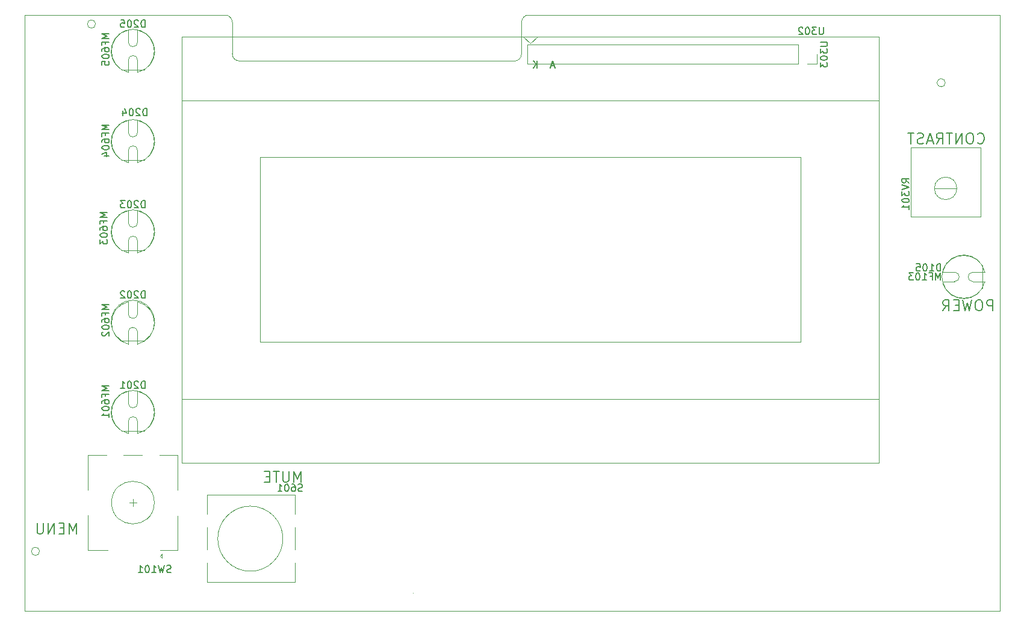
<source format=gbr>
%TF.GenerationSoftware,KiCad,Pcbnew,7.0.5*%
%TF.CreationDate,2025-09-19T13:44:07-04:00*%
%TF.ProjectId,PWA_REV2,5057415f-5245-4563-922e-6b696361645f,2.0*%
%TF.SameCoordinates,Original*%
%TF.FileFunction,Legend,Bot*%
%TF.FilePolarity,Positive*%
%FSLAX46Y46*%
G04 Gerber Fmt 4.6, Leading zero omitted, Abs format (unit mm)*
G04 Created by KiCad (PCBNEW 7.0.5) date 2025-09-19 13:44:07*
%MOMM*%
%LPD*%
G01*
G04 APERTURE LIST*
%ADD10C,0.120000*%
%ADD11C,0.200000*%
%ADD12C,0.150000*%
%ADD13C,0.100000*%
%TA.AperFunction,Profile*%
%ADD14C,0.050000*%
%TD*%
%TA.AperFunction,Profile*%
%ADD15C,0.120000*%
%TD*%
G04 APERTURE END LIST*
D10*
X110490000Y-99060000D02*
X110490000Y-99060000D01*
D11*
X94761279Y-83499028D02*
X94761279Y-81999028D01*
X94761279Y-81999028D02*
X94261279Y-83070457D01*
X94261279Y-83070457D02*
X93761279Y-81999028D01*
X93761279Y-81999028D02*
X93761279Y-83499028D01*
X93046993Y-81999028D02*
X93046993Y-83213314D01*
X93046993Y-83213314D02*
X92975564Y-83356171D01*
X92975564Y-83356171D02*
X92904136Y-83427600D01*
X92904136Y-83427600D02*
X92761278Y-83499028D01*
X92761278Y-83499028D02*
X92475564Y-83499028D01*
X92475564Y-83499028D02*
X92332707Y-83427600D01*
X92332707Y-83427600D02*
X92261278Y-83356171D01*
X92261278Y-83356171D02*
X92189850Y-83213314D01*
X92189850Y-83213314D02*
X92189850Y-81999028D01*
X91689849Y-81999028D02*
X90832707Y-81999028D01*
X91261278Y-83499028D02*
X91261278Y-81999028D01*
X90332707Y-82713314D02*
X89832707Y-82713314D01*
X89618421Y-83499028D02*
X90332707Y-83499028D01*
X90332707Y-83499028D02*
X90332707Y-81999028D01*
X90332707Y-81999028D02*
X89618421Y-81999028D01*
X192043279Y-59369028D02*
X192043279Y-57869028D01*
X192043279Y-57869028D02*
X191471850Y-57869028D01*
X191471850Y-57869028D02*
X191328993Y-57940457D01*
X191328993Y-57940457D02*
X191257564Y-58011885D01*
X191257564Y-58011885D02*
X191186136Y-58154742D01*
X191186136Y-58154742D02*
X191186136Y-58369028D01*
X191186136Y-58369028D02*
X191257564Y-58511885D01*
X191257564Y-58511885D02*
X191328993Y-58583314D01*
X191328993Y-58583314D02*
X191471850Y-58654742D01*
X191471850Y-58654742D02*
X192043279Y-58654742D01*
X190257564Y-57869028D02*
X189971850Y-57869028D01*
X189971850Y-57869028D02*
X189828993Y-57940457D01*
X189828993Y-57940457D02*
X189686136Y-58083314D01*
X189686136Y-58083314D02*
X189614707Y-58369028D01*
X189614707Y-58369028D02*
X189614707Y-58869028D01*
X189614707Y-58869028D02*
X189686136Y-59154742D01*
X189686136Y-59154742D02*
X189828993Y-59297600D01*
X189828993Y-59297600D02*
X189971850Y-59369028D01*
X189971850Y-59369028D02*
X190257564Y-59369028D01*
X190257564Y-59369028D02*
X190400422Y-59297600D01*
X190400422Y-59297600D02*
X190543279Y-59154742D01*
X190543279Y-59154742D02*
X190614707Y-58869028D01*
X190614707Y-58869028D02*
X190614707Y-58369028D01*
X190614707Y-58369028D02*
X190543279Y-58083314D01*
X190543279Y-58083314D02*
X190400422Y-57940457D01*
X190400422Y-57940457D02*
X190257564Y-57869028D01*
X189114707Y-57869028D02*
X188757564Y-59369028D01*
X188757564Y-59369028D02*
X188471850Y-58297600D01*
X188471850Y-58297600D02*
X188186135Y-59369028D01*
X188186135Y-59369028D02*
X187828993Y-57869028D01*
X187257564Y-58583314D02*
X186757564Y-58583314D01*
X186543278Y-59369028D02*
X187257564Y-59369028D01*
X187257564Y-59369028D02*
X187257564Y-57869028D01*
X187257564Y-57869028D02*
X186543278Y-57869028D01*
X185043278Y-59369028D02*
X185543278Y-58654742D01*
X185900421Y-59369028D02*
X185900421Y-57869028D01*
X185900421Y-57869028D02*
X185328992Y-57869028D01*
X185328992Y-57869028D02*
X185186135Y-57940457D01*
X185186135Y-57940457D02*
X185114706Y-58011885D01*
X185114706Y-58011885D02*
X185043278Y-58154742D01*
X185043278Y-58154742D02*
X185043278Y-58369028D01*
X185043278Y-58369028D02*
X185114706Y-58511885D01*
X185114706Y-58511885D02*
X185186135Y-58583314D01*
X185186135Y-58583314D02*
X185328992Y-58654742D01*
X185328992Y-58654742D02*
X185900421Y-58654742D01*
X189916136Y-35731171D02*
X189987564Y-35802600D01*
X189987564Y-35802600D02*
X190201850Y-35874028D01*
X190201850Y-35874028D02*
X190344707Y-35874028D01*
X190344707Y-35874028D02*
X190558993Y-35802600D01*
X190558993Y-35802600D02*
X190701850Y-35659742D01*
X190701850Y-35659742D02*
X190773279Y-35516885D01*
X190773279Y-35516885D02*
X190844707Y-35231171D01*
X190844707Y-35231171D02*
X190844707Y-35016885D01*
X190844707Y-35016885D02*
X190773279Y-34731171D01*
X190773279Y-34731171D02*
X190701850Y-34588314D01*
X190701850Y-34588314D02*
X190558993Y-34445457D01*
X190558993Y-34445457D02*
X190344707Y-34374028D01*
X190344707Y-34374028D02*
X190201850Y-34374028D01*
X190201850Y-34374028D02*
X189987564Y-34445457D01*
X189987564Y-34445457D02*
X189916136Y-34516885D01*
X188987564Y-34374028D02*
X188701850Y-34374028D01*
X188701850Y-34374028D02*
X188558993Y-34445457D01*
X188558993Y-34445457D02*
X188416136Y-34588314D01*
X188416136Y-34588314D02*
X188344707Y-34874028D01*
X188344707Y-34874028D02*
X188344707Y-35374028D01*
X188344707Y-35374028D02*
X188416136Y-35659742D01*
X188416136Y-35659742D02*
X188558993Y-35802600D01*
X188558993Y-35802600D02*
X188701850Y-35874028D01*
X188701850Y-35874028D02*
X188987564Y-35874028D01*
X188987564Y-35874028D02*
X189130422Y-35802600D01*
X189130422Y-35802600D02*
X189273279Y-35659742D01*
X189273279Y-35659742D02*
X189344707Y-35374028D01*
X189344707Y-35374028D02*
X189344707Y-34874028D01*
X189344707Y-34874028D02*
X189273279Y-34588314D01*
X189273279Y-34588314D02*
X189130422Y-34445457D01*
X189130422Y-34445457D02*
X188987564Y-34374028D01*
X187701850Y-35874028D02*
X187701850Y-34374028D01*
X187701850Y-34374028D02*
X186844707Y-35874028D01*
X186844707Y-35874028D02*
X186844707Y-34374028D01*
X186344706Y-34374028D02*
X185487564Y-34374028D01*
X185916135Y-35874028D02*
X185916135Y-34374028D01*
X184130421Y-35874028D02*
X184630421Y-35159742D01*
X184987564Y-35874028D02*
X184987564Y-34374028D01*
X184987564Y-34374028D02*
X184416135Y-34374028D01*
X184416135Y-34374028D02*
X184273278Y-34445457D01*
X184273278Y-34445457D02*
X184201849Y-34516885D01*
X184201849Y-34516885D02*
X184130421Y-34659742D01*
X184130421Y-34659742D02*
X184130421Y-34874028D01*
X184130421Y-34874028D02*
X184201849Y-35016885D01*
X184201849Y-35016885D02*
X184273278Y-35088314D01*
X184273278Y-35088314D02*
X184416135Y-35159742D01*
X184416135Y-35159742D02*
X184987564Y-35159742D01*
X183558992Y-35445457D02*
X182844707Y-35445457D01*
X183701849Y-35874028D02*
X183201849Y-34374028D01*
X183201849Y-34374028D02*
X182701849Y-35874028D01*
X182273278Y-35802600D02*
X182058993Y-35874028D01*
X182058993Y-35874028D02*
X181701850Y-35874028D01*
X181701850Y-35874028D02*
X181558993Y-35802600D01*
X181558993Y-35802600D02*
X181487564Y-35731171D01*
X181487564Y-35731171D02*
X181416135Y-35588314D01*
X181416135Y-35588314D02*
X181416135Y-35445457D01*
X181416135Y-35445457D02*
X181487564Y-35302600D01*
X181487564Y-35302600D02*
X181558993Y-35231171D01*
X181558993Y-35231171D02*
X181701850Y-35159742D01*
X181701850Y-35159742D02*
X181987564Y-35088314D01*
X181987564Y-35088314D02*
X182130421Y-35016885D01*
X182130421Y-35016885D02*
X182201850Y-34945457D01*
X182201850Y-34945457D02*
X182273278Y-34802600D01*
X182273278Y-34802600D02*
X182273278Y-34659742D01*
X182273278Y-34659742D02*
X182201850Y-34516885D01*
X182201850Y-34516885D02*
X182130421Y-34445457D01*
X182130421Y-34445457D02*
X181987564Y-34374028D01*
X181987564Y-34374028D02*
X181630421Y-34374028D01*
X181630421Y-34374028D02*
X181416135Y-34445457D01*
X180987564Y-34374028D02*
X180130422Y-34374028D01*
X180558993Y-35874028D02*
X180558993Y-34374028D01*
X63138279Y-90738028D02*
X63138279Y-89238028D01*
X63138279Y-89238028D02*
X62638279Y-90309457D01*
X62638279Y-90309457D02*
X62138279Y-89238028D01*
X62138279Y-89238028D02*
X62138279Y-90738028D01*
X61423993Y-89952314D02*
X60923993Y-89952314D01*
X60709707Y-90738028D02*
X61423993Y-90738028D01*
X61423993Y-90738028D02*
X61423993Y-89238028D01*
X61423993Y-89238028D02*
X60709707Y-89238028D01*
X60066850Y-90738028D02*
X60066850Y-89238028D01*
X60066850Y-89238028D02*
X59209707Y-90738028D01*
X59209707Y-90738028D02*
X59209707Y-89238028D01*
X58495421Y-89238028D02*
X58495421Y-90452314D01*
X58495421Y-90452314D02*
X58423992Y-90595171D01*
X58423992Y-90595171D02*
X58352564Y-90666600D01*
X58352564Y-90666600D02*
X58209706Y-90738028D01*
X58209706Y-90738028D02*
X57923992Y-90738028D01*
X57923992Y-90738028D02*
X57781135Y-90666600D01*
X57781135Y-90666600D02*
X57709706Y-90595171D01*
X57709706Y-90595171D02*
X57638278Y-90452314D01*
X57638278Y-90452314D02*
X57638278Y-89238028D01*
D12*
%TO.C,D202*%
X72810475Y-57604819D02*
X72810475Y-56604819D01*
X72810475Y-56604819D02*
X72572380Y-56604819D01*
X72572380Y-56604819D02*
X72429523Y-56652438D01*
X72429523Y-56652438D02*
X72334285Y-56747676D01*
X72334285Y-56747676D02*
X72286666Y-56842914D01*
X72286666Y-56842914D02*
X72239047Y-57033390D01*
X72239047Y-57033390D02*
X72239047Y-57176247D01*
X72239047Y-57176247D02*
X72286666Y-57366723D01*
X72286666Y-57366723D02*
X72334285Y-57461961D01*
X72334285Y-57461961D02*
X72429523Y-57557200D01*
X72429523Y-57557200D02*
X72572380Y-57604819D01*
X72572380Y-57604819D02*
X72810475Y-57604819D01*
X71858094Y-56700057D02*
X71810475Y-56652438D01*
X71810475Y-56652438D02*
X71715237Y-56604819D01*
X71715237Y-56604819D02*
X71477142Y-56604819D01*
X71477142Y-56604819D02*
X71381904Y-56652438D01*
X71381904Y-56652438D02*
X71334285Y-56700057D01*
X71334285Y-56700057D02*
X71286666Y-56795295D01*
X71286666Y-56795295D02*
X71286666Y-56890533D01*
X71286666Y-56890533D02*
X71334285Y-57033390D01*
X71334285Y-57033390D02*
X71905713Y-57604819D01*
X71905713Y-57604819D02*
X71286666Y-57604819D01*
X70667618Y-56604819D02*
X70572380Y-56604819D01*
X70572380Y-56604819D02*
X70477142Y-56652438D01*
X70477142Y-56652438D02*
X70429523Y-56700057D01*
X70429523Y-56700057D02*
X70381904Y-56795295D01*
X70381904Y-56795295D02*
X70334285Y-56985771D01*
X70334285Y-56985771D02*
X70334285Y-57223866D01*
X70334285Y-57223866D02*
X70381904Y-57414342D01*
X70381904Y-57414342D02*
X70429523Y-57509580D01*
X70429523Y-57509580D02*
X70477142Y-57557200D01*
X70477142Y-57557200D02*
X70572380Y-57604819D01*
X70572380Y-57604819D02*
X70667618Y-57604819D01*
X70667618Y-57604819D02*
X70762856Y-57557200D01*
X70762856Y-57557200D02*
X70810475Y-57509580D01*
X70810475Y-57509580D02*
X70858094Y-57414342D01*
X70858094Y-57414342D02*
X70905713Y-57223866D01*
X70905713Y-57223866D02*
X70905713Y-56985771D01*
X70905713Y-56985771D02*
X70858094Y-56795295D01*
X70858094Y-56795295D02*
X70810475Y-56700057D01*
X70810475Y-56700057D02*
X70762856Y-56652438D01*
X70762856Y-56652438D02*
X70667618Y-56604819D01*
X69953332Y-56700057D02*
X69905713Y-56652438D01*
X69905713Y-56652438D02*
X69810475Y-56604819D01*
X69810475Y-56604819D02*
X69572380Y-56604819D01*
X69572380Y-56604819D02*
X69477142Y-56652438D01*
X69477142Y-56652438D02*
X69429523Y-56700057D01*
X69429523Y-56700057D02*
X69381904Y-56795295D01*
X69381904Y-56795295D02*
X69381904Y-56890533D01*
X69381904Y-56890533D02*
X69429523Y-57033390D01*
X69429523Y-57033390D02*
X70000951Y-57604819D01*
X70000951Y-57604819D02*
X69381904Y-57604819D01*
%TO.C,D203*%
X72810475Y-44904819D02*
X72810475Y-43904819D01*
X72810475Y-43904819D02*
X72572380Y-43904819D01*
X72572380Y-43904819D02*
X72429523Y-43952438D01*
X72429523Y-43952438D02*
X72334285Y-44047676D01*
X72334285Y-44047676D02*
X72286666Y-44142914D01*
X72286666Y-44142914D02*
X72239047Y-44333390D01*
X72239047Y-44333390D02*
X72239047Y-44476247D01*
X72239047Y-44476247D02*
X72286666Y-44666723D01*
X72286666Y-44666723D02*
X72334285Y-44761961D01*
X72334285Y-44761961D02*
X72429523Y-44857200D01*
X72429523Y-44857200D02*
X72572380Y-44904819D01*
X72572380Y-44904819D02*
X72810475Y-44904819D01*
X71858094Y-44000057D02*
X71810475Y-43952438D01*
X71810475Y-43952438D02*
X71715237Y-43904819D01*
X71715237Y-43904819D02*
X71477142Y-43904819D01*
X71477142Y-43904819D02*
X71381904Y-43952438D01*
X71381904Y-43952438D02*
X71334285Y-44000057D01*
X71334285Y-44000057D02*
X71286666Y-44095295D01*
X71286666Y-44095295D02*
X71286666Y-44190533D01*
X71286666Y-44190533D02*
X71334285Y-44333390D01*
X71334285Y-44333390D02*
X71905713Y-44904819D01*
X71905713Y-44904819D02*
X71286666Y-44904819D01*
X70667618Y-43904819D02*
X70572380Y-43904819D01*
X70572380Y-43904819D02*
X70477142Y-43952438D01*
X70477142Y-43952438D02*
X70429523Y-44000057D01*
X70429523Y-44000057D02*
X70381904Y-44095295D01*
X70381904Y-44095295D02*
X70334285Y-44285771D01*
X70334285Y-44285771D02*
X70334285Y-44523866D01*
X70334285Y-44523866D02*
X70381904Y-44714342D01*
X70381904Y-44714342D02*
X70429523Y-44809580D01*
X70429523Y-44809580D02*
X70477142Y-44857200D01*
X70477142Y-44857200D02*
X70572380Y-44904819D01*
X70572380Y-44904819D02*
X70667618Y-44904819D01*
X70667618Y-44904819D02*
X70762856Y-44857200D01*
X70762856Y-44857200D02*
X70810475Y-44809580D01*
X70810475Y-44809580D02*
X70858094Y-44714342D01*
X70858094Y-44714342D02*
X70905713Y-44523866D01*
X70905713Y-44523866D02*
X70905713Y-44285771D01*
X70905713Y-44285771D02*
X70858094Y-44095295D01*
X70858094Y-44095295D02*
X70810475Y-44000057D01*
X70810475Y-44000057D02*
X70762856Y-43952438D01*
X70762856Y-43952438D02*
X70667618Y-43904819D01*
X70000951Y-43904819D02*
X69381904Y-43904819D01*
X69381904Y-43904819D02*
X69715237Y-44285771D01*
X69715237Y-44285771D02*
X69572380Y-44285771D01*
X69572380Y-44285771D02*
X69477142Y-44333390D01*
X69477142Y-44333390D02*
X69429523Y-44381009D01*
X69429523Y-44381009D02*
X69381904Y-44476247D01*
X69381904Y-44476247D02*
X69381904Y-44714342D01*
X69381904Y-44714342D02*
X69429523Y-44809580D01*
X69429523Y-44809580D02*
X69477142Y-44857200D01*
X69477142Y-44857200D02*
X69572380Y-44904819D01*
X69572380Y-44904819D02*
X69858094Y-44904819D01*
X69858094Y-44904819D02*
X69953332Y-44857200D01*
X69953332Y-44857200D02*
X70000951Y-44809580D01*
%TO.C,D201*%
X72810475Y-70304819D02*
X72810475Y-69304819D01*
X72810475Y-69304819D02*
X72572380Y-69304819D01*
X72572380Y-69304819D02*
X72429523Y-69352438D01*
X72429523Y-69352438D02*
X72334285Y-69447676D01*
X72334285Y-69447676D02*
X72286666Y-69542914D01*
X72286666Y-69542914D02*
X72239047Y-69733390D01*
X72239047Y-69733390D02*
X72239047Y-69876247D01*
X72239047Y-69876247D02*
X72286666Y-70066723D01*
X72286666Y-70066723D02*
X72334285Y-70161961D01*
X72334285Y-70161961D02*
X72429523Y-70257200D01*
X72429523Y-70257200D02*
X72572380Y-70304819D01*
X72572380Y-70304819D02*
X72810475Y-70304819D01*
X71858094Y-69400057D02*
X71810475Y-69352438D01*
X71810475Y-69352438D02*
X71715237Y-69304819D01*
X71715237Y-69304819D02*
X71477142Y-69304819D01*
X71477142Y-69304819D02*
X71381904Y-69352438D01*
X71381904Y-69352438D02*
X71334285Y-69400057D01*
X71334285Y-69400057D02*
X71286666Y-69495295D01*
X71286666Y-69495295D02*
X71286666Y-69590533D01*
X71286666Y-69590533D02*
X71334285Y-69733390D01*
X71334285Y-69733390D02*
X71905713Y-70304819D01*
X71905713Y-70304819D02*
X71286666Y-70304819D01*
X70667618Y-69304819D02*
X70572380Y-69304819D01*
X70572380Y-69304819D02*
X70477142Y-69352438D01*
X70477142Y-69352438D02*
X70429523Y-69400057D01*
X70429523Y-69400057D02*
X70381904Y-69495295D01*
X70381904Y-69495295D02*
X70334285Y-69685771D01*
X70334285Y-69685771D02*
X70334285Y-69923866D01*
X70334285Y-69923866D02*
X70381904Y-70114342D01*
X70381904Y-70114342D02*
X70429523Y-70209580D01*
X70429523Y-70209580D02*
X70477142Y-70257200D01*
X70477142Y-70257200D02*
X70572380Y-70304819D01*
X70572380Y-70304819D02*
X70667618Y-70304819D01*
X70667618Y-70304819D02*
X70762856Y-70257200D01*
X70762856Y-70257200D02*
X70810475Y-70209580D01*
X70810475Y-70209580D02*
X70858094Y-70114342D01*
X70858094Y-70114342D02*
X70905713Y-69923866D01*
X70905713Y-69923866D02*
X70905713Y-69685771D01*
X70905713Y-69685771D02*
X70858094Y-69495295D01*
X70858094Y-69495295D02*
X70810475Y-69400057D01*
X70810475Y-69400057D02*
X70762856Y-69352438D01*
X70762856Y-69352438D02*
X70667618Y-69304819D01*
X69381904Y-70304819D02*
X69953332Y-70304819D01*
X69667618Y-70304819D02*
X69667618Y-69304819D01*
X69667618Y-69304819D02*
X69762856Y-69447676D01*
X69762856Y-69447676D02*
X69858094Y-69542914D01*
X69858094Y-69542914D02*
X69953332Y-69590533D01*
%TO.C,D204*%
X73064475Y-31950819D02*
X73064475Y-30950819D01*
X73064475Y-30950819D02*
X72826380Y-30950819D01*
X72826380Y-30950819D02*
X72683523Y-30998438D01*
X72683523Y-30998438D02*
X72588285Y-31093676D01*
X72588285Y-31093676D02*
X72540666Y-31188914D01*
X72540666Y-31188914D02*
X72493047Y-31379390D01*
X72493047Y-31379390D02*
X72493047Y-31522247D01*
X72493047Y-31522247D02*
X72540666Y-31712723D01*
X72540666Y-31712723D02*
X72588285Y-31807961D01*
X72588285Y-31807961D02*
X72683523Y-31903200D01*
X72683523Y-31903200D02*
X72826380Y-31950819D01*
X72826380Y-31950819D02*
X73064475Y-31950819D01*
X72112094Y-31046057D02*
X72064475Y-30998438D01*
X72064475Y-30998438D02*
X71969237Y-30950819D01*
X71969237Y-30950819D02*
X71731142Y-30950819D01*
X71731142Y-30950819D02*
X71635904Y-30998438D01*
X71635904Y-30998438D02*
X71588285Y-31046057D01*
X71588285Y-31046057D02*
X71540666Y-31141295D01*
X71540666Y-31141295D02*
X71540666Y-31236533D01*
X71540666Y-31236533D02*
X71588285Y-31379390D01*
X71588285Y-31379390D02*
X72159713Y-31950819D01*
X72159713Y-31950819D02*
X71540666Y-31950819D01*
X70921618Y-30950819D02*
X70826380Y-30950819D01*
X70826380Y-30950819D02*
X70731142Y-30998438D01*
X70731142Y-30998438D02*
X70683523Y-31046057D01*
X70683523Y-31046057D02*
X70635904Y-31141295D01*
X70635904Y-31141295D02*
X70588285Y-31331771D01*
X70588285Y-31331771D02*
X70588285Y-31569866D01*
X70588285Y-31569866D02*
X70635904Y-31760342D01*
X70635904Y-31760342D02*
X70683523Y-31855580D01*
X70683523Y-31855580D02*
X70731142Y-31903200D01*
X70731142Y-31903200D02*
X70826380Y-31950819D01*
X70826380Y-31950819D02*
X70921618Y-31950819D01*
X70921618Y-31950819D02*
X71016856Y-31903200D01*
X71016856Y-31903200D02*
X71064475Y-31855580D01*
X71064475Y-31855580D02*
X71112094Y-31760342D01*
X71112094Y-31760342D02*
X71159713Y-31569866D01*
X71159713Y-31569866D02*
X71159713Y-31331771D01*
X71159713Y-31331771D02*
X71112094Y-31141295D01*
X71112094Y-31141295D02*
X71064475Y-31046057D01*
X71064475Y-31046057D02*
X71016856Y-30998438D01*
X71016856Y-30998438D02*
X70921618Y-30950819D01*
X69731142Y-31284152D02*
X69731142Y-31950819D01*
X69969237Y-30903200D02*
X70207332Y-31617485D01*
X70207332Y-31617485D02*
X69588285Y-31617485D01*
%TO.C,D205*%
X72810475Y-19504819D02*
X72810475Y-18504819D01*
X72810475Y-18504819D02*
X72572380Y-18504819D01*
X72572380Y-18504819D02*
X72429523Y-18552438D01*
X72429523Y-18552438D02*
X72334285Y-18647676D01*
X72334285Y-18647676D02*
X72286666Y-18742914D01*
X72286666Y-18742914D02*
X72239047Y-18933390D01*
X72239047Y-18933390D02*
X72239047Y-19076247D01*
X72239047Y-19076247D02*
X72286666Y-19266723D01*
X72286666Y-19266723D02*
X72334285Y-19361961D01*
X72334285Y-19361961D02*
X72429523Y-19457200D01*
X72429523Y-19457200D02*
X72572380Y-19504819D01*
X72572380Y-19504819D02*
X72810475Y-19504819D01*
X71858094Y-18600057D02*
X71810475Y-18552438D01*
X71810475Y-18552438D02*
X71715237Y-18504819D01*
X71715237Y-18504819D02*
X71477142Y-18504819D01*
X71477142Y-18504819D02*
X71381904Y-18552438D01*
X71381904Y-18552438D02*
X71334285Y-18600057D01*
X71334285Y-18600057D02*
X71286666Y-18695295D01*
X71286666Y-18695295D02*
X71286666Y-18790533D01*
X71286666Y-18790533D02*
X71334285Y-18933390D01*
X71334285Y-18933390D02*
X71905713Y-19504819D01*
X71905713Y-19504819D02*
X71286666Y-19504819D01*
X70667618Y-18504819D02*
X70572380Y-18504819D01*
X70572380Y-18504819D02*
X70477142Y-18552438D01*
X70477142Y-18552438D02*
X70429523Y-18600057D01*
X70429523Y-18600057D02*
X70381904Y-18695295D01*
X70381904Y-18695295D02*
X70334285Y-18885771D01*
X70334285Y-18885771D02*
X70334285Y-19123866D01*
X70334285Y-19123866D02*
X70381904Y-19314342D01*
X70381904Y-19314342D02*
X70429523Y-19409580D01*
X70429523Y-19409580D02*
X70477142Y-19457200D01*
X70477142Y-19457200D02*
X70572380Y-19504819D01*
X70572380Y-19504819D02*
X70667618Y-19504819D01*
X70667618Y-19504819D02*
X70762856Y-19457200D01*
X70762856Y-19457200D02*
X70810475Y-19409580D01*
X70810475Y-19409580D02*
X70858094Y-19314342D01*
X70858094Y-19314342D02*
X70905713Y-19123866D01*
X70905713Y-19123866D02*
X70905713Y-18885771D01*
X70905713Y-18885771D02*
X70858094Y-18695295D01*
X70858094Y-18695295D02*
X70810475Y-18600057D01*
X70810475Y-18600057D02*
X70762856Y-18552438D01*
X70762856Y-18552438D02*
X70667618Y-18504819D01*
X69429523Y-18504819D02*
X69905713Y-18504819D01*
X69905713Y-18504819D02*
X69953332Y-18981009D01*
X69953332Y-18981009D02*
X69905713Y-18933390D01*
X69905713Y-18933390D02*
X69810475Y-18885771D01*
X69810475Y-18885771D02*
X69572380Y-18885771D01*
X69572380Y-18885771D02*
X69477142Y-18933390D01*
X69477142Y-18933390D02*
X69429523Y-18981009D01*
X69429523Y-18981009D02*
X69381904Y-19076247D01*
X69381904Y-19076247D02*
X69381904Y-19314342D01*
X69381904Y-19314342D02*
X69429523Y-19409580D01*
X69429523Y-19409580D02*
X69477142Y-19457200D01*
X69477142Y-19457200D02*
X69572380Y-19504819D01*
X69572380Y-19504819D02*
X69810475Y-19504819D01*
X69810475Y-19504819D02*
X69905713Y-19457200D01*
X69905713Y-19457200D02*
X69953332Y-19409580D01*
%TO.C,D105*%
X184697475Y-53794819D02*
X184697475Y-52794819D01*
X184697475Y-52794819D02*
X184459380Y-52794819D01*
X184459380Y-52794819D02*
X184316523Y-52842438D01*
X184316523Y-52842438D02*
X184221285Y-52937676D01*
X184221285Y-52937676D02*
X184173666Y-53032914D01*
X184173666Y-53032914D02*
X184126047Y-53223390D01*
X184126047Y-53223390D02*
X184126047Y-53366247D01*
X184126047Y-53366247D02*
X184173666Y-53556723D01*
X184173666Y-53556723D02*
X184221285Y-53651961D01*
X184221285Y-53651961D02*
X184316523Y-53747200D01*
X184316523Y-53747200D02*
X184459380Y-53794819D01*
X184459380Y-53794819D02*
X184697475Y-53794819D01*
X183173666Y-53794819D02*
X183745094Y-53794819D01*
X183459380Y-53794819D02*
X183459380Y-52794819D01*
X183459380Y-52794819D02*
X183554618Y-52937676D01*
X183554618Y-52937676D02*
X183649856Y-53032914D01*
X183649856Y-53032914D02*
X183745094Y-53080533D01*
X182554618Y-52794819D02*
X182459380Y-52794819D01*
X182459380Y-52794819D02*
X182364142Y-52842438D01*
X182364142Y-52842438D02*
X182316523Y-52890057D01*
X182316523Y-52890057D02*
X182268904Y-52985295D01*
X182268904Y-52985295D02*
X182221285Y-53175771D01*
X182221285Y-53175771D02*
X182221285Y-53413866D01*
X182221285Y-53413866D02*
X182268904Y-53604342D01*
X182268904Y-53604342D02*
X182316523Y-53699580D01*
X182316523Y-53699580D02*
X182364142Y-53747200D01*
X182364142Y-53747200D02*
X182459380Y-53794819D01*
X182459380Y-53794819D02*
X182554618Y-53794819D01*
X182554618Y-53794819D02*
X182649856Y-53747200D01*
X182649856Y-53747200D02*
X182697475Y-53699580D01*
X182697475Y-53699580D02*
X182745094Y-53604342D01*
X182745094Y-53604342D02*
X182792713Y-53413866D01*
X182792713Y-53413866D02*
X182792713Y-53175771D01*
X182792713Y-53175771D02*
X182745094Y-52985295D01*
X182745094Y-52985295D02*
X182697475Y-52890057D01*
X182697475Y-52890057D02*
X182649856Y-52842438D01*
X182649856Y-52842438D02*
X182554618Y-52794819D01*
X181316523Y-52794819D02*
X181792713Y-52794819D01*
X181792713Y-52794819D02*
X181840332Y-53271009D01*
X181840332Y-53271009D02*
X181792713Y-53223390D01*
X181792713Y-53223390D02*
X181697475Y-53175771D01*
X181697475Y-53175771D02*
X181459380Y-53175771D01*
X181459380Y-53175771D02*
X181364142Y-53223390D01*
X181364142Y-53223390D02*
X181316523Y-53271009D01*
X181316523Y-53271009D02*
X181268904Y-53366247D01*
X181268904Y-53366247D02*
X181268904Y-53604342D01*
X181268904Y-53604342D02*
X181316523Y-53699580D01*
X181316523Y-53699580D02*
X181364142Y-53747200D01*
X181364142Y-53747200D02*
X181459380Y-53794819D01*
X181459380Y-53794819D02*
X181697475Y-53794819D01*
X181697475Y-53794819D02*
X181792713Y-53747200D01*
X181792713Y-53747200D02*
X181840332Y-53699580D01*
%TO.C,MF605*%
X67764819Y-20415524D02*
X66764819Y-20415524D01*
X66764819Y-20415524D02*
X67479104Y-20748857D01*
X67479104Y-20748857D02*
X66764819Y-21082190D01*
X66764819Y-21082190D02*
X67764819Y-21082190D01*
X67241009Y-21891714D02*
X67241009Y-21558381D01*
X67764819Y-21558381D02*
X66764819Y-21558381D01*
X66764819Y-21558381D02*
X66764819Y-22034571D01*
X66764819Y-22844095D02*
X66764819Y-22653619D01*
X66764819Y-22653619D02*
X66812438Y-22558381D01*
X66812438Y-22558381D02*
X66860057Y-22510762D01*
X66860057Y-22510762D02*
X67002914Y-22415524D01*
X67002914Y-22415524D02*
X67193390Y-22367905D01*
X67193390Y-22367905D02*
X67574342Y-22367905D01*
X67574342Y-22367905D02*
X67669580Y-22415524D01*
X67669580Y-22415524D02*
X67717200Y-22463143D01*
X67717200Y-22463143D02*
X67764819Y-22558381D01*
X67764819Y-22558381D02*
X67764819Y-22748857D01*
X67764819Y-22748857D02*
X67717200Y-22844095D01*
X67717200Y-22844095D02*
X67669580Y-22891714D01*
X67669580Y-22891714D02*
X67574342Y-22939333D01*
X67574342Y-22939333D02*
X67336247Y-22939333D01*
X67336247Y-22939333D02*
X67241009Y-22891714D01*
X67241009Y-22891714D02*
X67193390Y-22844095D01*
X67193390Y-22844095D02*
X67145771Y-22748857D01*
X67145771Y-22748857D02*
X67145771Y-22558381D01*
X67145771Y-22558381D02*
X67193390Y-22463143D01*
X67193390Y-22463143D02*
X67241009Y-22415524D01*
X67241009Y-22415524D02*
X67336247Y-22367905D01*
X66764819Y-23558381D02*
X66764819Y-23653619D01*
X66764819Y-23653619D02*
X66812438Y-23748857D01*
X66812438Y-23748857D02*
X66860057Y-23796476D01*
X66860057Y-23796476D02*
X66955295Y-23844095D01*
X66955295Y-23844095D02*
X67145771Y-23891714D01*
X67145771Y-23891714D02*
X67383866Y-23891714D01*
X67383866Y-23891714D02*
X67574342Y-23844095D01*
X67574342Y-23844095D02*
X67669580Y-23796476D01*
X67669580Y-23796476D02*
X67717200Y-23748857D01*
X67717200Y-23748857D02*
X67764819Y-23653619D01*
X67764819Y-23653619D02*
X67764819Y-23558381D01*
X67764819Y-23558381D02*
X67717200Y-23463143D01*
X67717200Y-23463143D02*
X67669580Y-23415524D01*
X67669580Y-23415524D02*
X67574342Y-23367905D01*
X67574342Y-23367905D02*
X67383866Y-23320286D01*
X67383866Y-23320286D02*
X67145771Y-23320286D01*
X67145771Y-23320286D02*
X66955295Y-23367905D01*
X66955295Y-23367905D02*
X66860057Y-23415524D01*
X66860057Y-23415524D02*
X66812438Y-23463143D01*
X66812438Y-23463143D02*
X66764819Y-23558381D01*
X66764819Y-24796476D02*
X66764819Y-24320286D01*
X66764819Y-24320286D02*
X67241009Y-24272667D01*
X67241009Y-24272667D02*
X67193390Y-24320286D01*
X67193390Y-24320286D02*
X67145771Y-24415524D01*
X67145771Y-24415524D02*
X67145771Y-24653619D01*
X67145771Y-24653619D02*
X67193390Y-24748857D01*
X67193390Y-24748857D02*
X67241009Y-24796476D01*
X67241009Y-24796476D02*
X67336247Y-24844095D01*
X67336247Y-24844095D02*
X67574342Y-24844095D01*
X67574342Y-24844095D02*
X67669580Y-24796476D01*
X67669580Y-24796476D02*
X67717200Y-24748857D01*
X67717200Y-24748857D02*
X67764819Y-24653619D01*
X67764819Y-24653619D02*
X67764819Y-24415524D01*
X67764819Y-24415524D02*
X67717200Y-24320286D01*
X67717200Y-24320286D02*
X67669580Y-24272667D01*
%TO.C,MF601*%
X67764819Y-69945524D02*
X66764819Y-69945524D01*
X66764819Y-69945524D02*
X67479104Y-70278857D01*
X67479104Y-70278857D02*
X66764819Y-70612190D01*
X66764819Y-70612190D02*
X67764819Y-70612190D01*
X67241009Y-71421714D02*
X67241009Y-71088381D01*
X67764819Y-71088381D02*
X66764819Y-71088381D01*
X66764819Y-71088381D02*
X66764819Y-71564571D01*
X66764819Y-72374095D02*
X66764819Y-72183619D01*
X66764819Y-72183619D02*
X66812438Y-72088381D01*
X66812438Y-72088381D02*
X66860057Y-72040762D01*
X66860057Y-72040762D02*
X67002914Y-71945524D01*
X67002914Y-71945524D02*
X67193390Y-71897905D01*
X67193390Y-71897905D02*
X67574342Y-71897905D01*
X67574342Y-71897905D02*
X67669580Y-71945524D01*
X67669580Y-71945524D02*
X67717200Y-71993143D01*
X67717200Y-71993143D02*
X67764819Y-72088381D01*
X67764819Y-72088381D02*
X67764819Y-72278857D01*
X67764819Y-72278857D02*
X67717200Y-72374095D01*
X67717200Y-72374095D02*
X67669580Y-72421714D01*
X67669580Y-72421714D02*
X67574342Y-72469333D01*
X67574342Y-72469333D02*
X67336247Y-72469333D01*
X67336247Y-72469333D02*
X67241009Y-72421714D01*
X67241009Y-72421714D02*
X67193390Y-72374095D01*
X67193390Y-72374095D02*
X67145771Y-72278857D01*
X67145771Y-72278857D02*
X67145771Y-72088381D01*
X67145771Y-72088381D02*
X67193390Y-71993143D01*
X67193390Y-71993143D02*
X67241009Y-71945524D01*
X67241009Y-71945524D02*
X67336247Y-71897905D01*
X66764819Y-73088381D02*
X66764819Y-73183619D01*
X66764819Y-73183619D02*
X66812438Y-73278857D01*
X66812438Y-73278857D02*
X66860057Y-73326476D01*
X66860057Y-73326476D02*
X66955295Y-73374095D01*
X66955295Y-73374095D02*
X67145771Y-73421714D01*
X67145771Y-73421714D02*
X67383866Y-73421714D01*
X67383866Y-73421714D02*
X67574342Y-73374095D01*
X67574342Y-73374095D02*
X67669580Y-73326476D01*
X67669580Y-73326476D02*
X67717200Y-73278857D01*
X67717200Y-73278857D02*
X67764819Y-73183619D01*
X67764819Y-73183619D02*
X67764819Y-73088381D01*
X67764819Y-73088381D02*
X67717200Y-72993143D01*
X67717200Y-72993143D02*
X67669580Y-72945524D01*
X67669580Y-72945524D02*
X67574342Y-72897905D01*
X67574342Y-72897905D02*
X67383866Y-72850286D01*
X67383866Y-72850286D02*
X67145771Y-72850286D01*
X67145771Y-72850286D02*
X66955295Y-72897905D01*
X66955295Y-72897905D02*
X66860057Y-72945524D01*
X66860057Y-72945524D02*
X66812438Y-72993143D01*
X66812438Y-72993143D02*
X66764819Y-73088381D01*
X67764819Y-74374095D02*
X67764819Y-73802667D01*
X67764819Y-74088381D02*
X66764819Y-74088381D01*
X66764819Y-74088381D02*
X66907676Y-73993143D01*
X66907676Y-73993143D02*
X67002914Y-73897905D01*
X67002914Y-73897905D02*
X67050533Y-73802667D01*
%TO.C,RV301*%
X180286819Y-41378380D02*
X179810628Y-41045047D01*
X180286819Y-40806952D02*
X179286819Y-40806952D01*
X179286819Y-40806952D02*
X179286819Y-41187904D01*
X179286819Y-41187904D02*
X179334438Y-41283142D01*
X179334438Y-41283142D02*
X179382057Y-41330761D01*
X179382057Y-41330761D02*
X179477295Y-41378380D01*
X179477295Y-41378380D02*
X179620152Y-41378380D01*
X179620152Y-41378380D02*
X179715390Y-41330761D01*
X179715390Y-41330761D02*
X179763009Y-41283142D01*
X179763009Y-41283142D02*
X179810628Y-41187904D01*
X179810628Y-41187904D02*
X179810628Y-40806952D01*
X179286819Y-41664095D02*
X180286819Y-41997428D01*
X180286819Y-41997428D02*
X179286819Y-42330761D01*
X179286819Y-42568857D02*
X179286819Y-43187904D01*
X179286819Y-43187904D02*
X179667771Y-42854571D01*
X179667771Y-42854571D02*
X179667771Y-42997428D01*
X179667771Y-42997428D02*
X179715390Y-43092666D01*
X179715390Y-43092666D02*
X179763009Y-43140285D01*
X179763009Y-43140285D02*
X179858247Y-43187904D01*
X179858247Y-43187904D02*
X180096342Y-43187904D01*
X180096342Y-43187904D02*
X180191580Y-43140285D01*
X180191580Y-43140285D02*
X180239200Y-43092666D01*
X180239200Y-43092666D02*
X180286819Y-42997428D01*
X180286819Y-42997428D02*
X180286819Y-42711714D01*
X180286819Y-42711714D02*
X180239200Y-42616476D01*
X180239200Y-42616476D02*
X180191580Y-42568857D01*
X179286819Y-43806952D02*
X179286819Y-43902190D01*
X179286819Y-43902190D02*
X179334438Y-43997428D01*
X179334438Y-43997428D02*
X179382057Y-44045047D01*
X179382057Y-44045047D02*
X179477295Y-44092666D01*
X179477295Y-44092666D02*
X179667771Y-44140285D01*
X179667771Y-44140285D02*
X179905866Y-44140285D01*
X179905866Y-44140285D02*
X180096342Y-44092666D01*
X180096342Y-44092666D02*
X180191580Y-44045047D01*
X180191580Y-44045047D02*
X180239200Y-43997428D01*
X180239200Y-43997428D02*
X180286819Y-43902190D01*
X180286819Y-43902190D02*
X180286819Y-43806952D01*
X180286819Y-43806952D02*
X180239200Y-43711714D01*
X180239200Y-43711714D02*
X180191580Y-43664095D01*
X180191580Y-43664095D02*
X180096342Y-43616476D01*
X180096342Y-43616476D02*
X179905866Y-43568857D01*
X179905866Y-43568857D02*
X179667771Y-43568857D01*
X179667771Y-43568857D02*
X179477295Y-43616476D01*
X179477295Y-43616476D02*
X179382057Y-43664095D01*
X179382057Y-43664095D02*
X179334438Y-43711714D01*
X179334438Y-43711714D02*
X179286819Y-43806952D01*
X180286819Y-45092666D02*
X180286819Y-44521238D01*
X180286819Y-44806952D02*
X179286819Y-44806952D01*
X179286819Y-44806952D02*
X179429676Y-44711714D01*
X179429676Y-44711714D02*
X179524914Y-44616476D01*
X179524914Y-44616476D02*
X179572533Y-44521238D01*
%TO.C,MF604*%
X67764819Y-33242524D02*
X66764819Y-33242524D01*
X66764819Y-33242524D02*
X67479104Y-33575857D01*
X67479104Y-33575857D02*
X66764819Y-33909190D01*
X66764819Y-33909190D02*
X67764819Y-33909190D01*
X67241009Y-34718714D02*
X67241009Y-34385381D01*
X67764819Y-34385381D02*
X66764819Y-34385381D01*
X66764819Y-34385381D02*
X66764819Y-34861571D01*
X66764819Y-35671095D02*
X66764819Y-35480619D01*
X66764819Y-35480619D02*
X66812438Y-35385381D01*
X66812438Y-35385381D02*
X66860057Y-35337762D01*
X66860057Y-35337762D02*
X67002914Y-35242524D01*
X67002914Y-35242524D02*
X67193390Y-35194905D01*
X67193390Y-35194905D02*
X67574342Y-35194905D01*
X67574342Y-35194905D02*
X67669580Y-35242524D01*
X67669580Y-35242524D02*
X67717200Y-35290143D01*
X67717200Y-35290143D02*
X67764819Y-35385381D01*
X67764819Y-35385381D02*
X67764819Y-35575857D01*
X67764819Y-35575857D02*
X67717200Y-35671095D01*
X67717200Y-35671095D02*
X67669580Y-35718714D01*
X67669580Y-35718714D02*
X67574342Y-35766333D01*
X67574342Y-35766333D02*
X67336247Y-35766333D01*
X67336247Y-35766333D02*
X67241009Y-35718714D01*
X67241009Y-35718714D02*
X67193390Y-35671095D01*
X67193390Y-35671095D02*
X67145771Y-35575857D01*
X67145771Y-35575857D02*
X67145771Y-35385381D01*
X67145771Y-35385381D02*
X67193390Y-35290143D01*
X67193390Y-35290143D02*
X67241009Y-35242524D01*
X67241009Y-35242524D02*
X67336247Y-35194905D01*
X66764819Y-36385381D02*
X66764819Y-36480619D01*
X66764819Y-36480619D02*
X66812438Y-36575857D01*
X66812438Y-36575857D02*
X66860057Y-36623476D01*
X66860057Y-36623476D02*
X66955295Y-36671095D01*
X66955295Y-36671095D02*
X67145771Y-36718714D01*
X67145771Y-36718714D02*
X67383866Y-36718714D01*
X67383866Y-36718714D02*
X67574342Y-36671095D01*
X67574342Y-36671095D02*
X67669580Y-36623476D01*
X67669580Y-36623476D02*
X67717200Y-36575857D01*
X67717200Y-36575857D02*
X67764819Y-36480619D01*
X67764819Y-36480619D02*
X67764819Y-36385381D01*
X67764819Y-36385381D02*
X67717200Y-36290143D01*
X67717200Y-36290143D02*
X67669580Y-36242524D01*
X67669580Y-36242524D02*
X67574342Y-36194905D01*
X67574342Y-36194905D02*
X67383866Y-36147286D01*
X67383866Y-36147286D02*
X67145771Y-36147286D01*
X67145771Y-36147286D02*
X66955295Y-36194905D01*
X66955295Y-36194905D02*
X66860057Y-36242524D01*
X66860057Y-36242524D02*
X66812438Y-36290143D01*
X66812438Y-36290143D02*
X66764819Y-36385381D01*
X67098152Y-37575857D02*
X67764819Y-37575857D01*
X66717200Y-37337762D02*
X67431485Y-37099667D01*
X67431485Y-37099667D02*
X67431485Y-37718714D01*
%TO.C,MF603*%
X67510819Y-45561524D02*
X66510819Y-45561524D01*
X66510819Y-45561524D02*
X67225104Y-45894857D01*
X67225104Y-45894857D02*
X66510819Y-46228190D01*
X66510819Y-46228190D02*
X67510819Y-46228190D01*
X66987009Y-47037714D02*
X66987009Y-46704381D01*
X67510819Y-46704381D02*
X66510819Y-46704381D01*
X66510819Y-46704381D02*
X66510819Y-47180571D01*
X66510819Y-47990095D02*
X66510819Y-47799619D01*
X66510819Y-47799619D02*
X66558438Y-47704381D01*
X66558438Y-47704381D02*
X66606057Y-47656762D01*
X66606057Y-47656762D02*
X66748914Y-47561524D01*
X66748914Y-47561524D02*
X66939390Y-47513905D01*
X66939390Y-47513905D02*
X67320342Y-47513905D01*
X67320342Y-47513905D02*
X67415580Y-47561524D01*
X67415580Y-47561524D02*
X67463200Y-47609143D01*
X67463200Y-47609143D02*
X67510819Y-47704381D01*
X67510819Y-47704381D02*
X67510819Y-47894857D01*
X67510819Y-47894857D02*
X67463200Y-47990095D01*
X67463200Y-47990095D02*
X67415580Y-48037714D01*
X67415580Y-48037714D02*
X67320342Y-48085333D01*
X67320342Y-48085333D02*
X67082247Y-48085333D01*
X67082247Y-48085333D02*
X66987009Y-48037714D01*
X66987009Y-48037714D02*
X66939390Y-47990095D01*
X66939390Y-47990095D02*
X66891771Y-47894857D01*
X66891771Y-47894857D02*
X66891771Y-47704381D01*
X66891771Y-47704381D02*
X66939390Y-47609143D01*
X66939390Y-47609143D02*
X66987009Y-47561524D01*
X66987009Y-47561524D02*
X67082247Y-47513905D01*
X66510819Y-48704381D02*
X66510819Y-48799619D01*
X66510819Y-48799619D02*
X66558438Y-48894857D01*
X66558438Y-48894857D02*
X66606057Y-48942476D01*
X66606057Y-48942476D02*
X66701295Y-48990095D01*
X66701295Y-48990095D02*
X66891771Y-49037714D01*
X66891771Y-49037714D02*
X67129866Y-49037714D01*
X67129866Y-49037714D02*
X67320342Y-48990095D01*
X67320342Y-48990095D02*
X67415580Y-48942476D01*
X67415580Y-48942476D02*
X67463200Y-48894857D01*
X67463200Y-48894857D02*
X67510819Y-48799619D01*
X67510819Y-48799619D02*
X67510819Y-48704381D01*
X67510819Y-48704381D02*
X67463200Y-48609143D01*
X67463200Y-48609143D02*
X67415580Y-48561524D01*
X67415580Y-48561524D02*
X67320342Y-48513905D01*
X67320342Y-48513905D02*
X67129866Y-48466286D01*
X67129866Y-48466286D02*
X66891771Y-48466286D01*
X66891771Y-48466286D02*
X66701295Y-48513905D01*
X66701295Y-48513905D02*
X66606057Y-48561524D01*
X66606057Y-48561524D02*
X66558438Y-48609143D01*
X66558438Y-48609143D02*
X66510819Y-48704381D01*
X66510819Y-49371048D02*
X66510819Y-49990095D01*
X66510819Y-49990095D02*
X66891771Y-49656762D01*
X66891771Y-49656762D02*
X66891771Y-49799619D01*
X66891771Y-49799619D02*
X66939390Y-49894857D01*
X66939390Y-49894857D02*
X66987009Y-49942476D01*
X66987009Y-49942476D02*
X67082247Y-49990095D01*
X67082247Y-49990095D02*
X67320342Y-49990095D01*
X67320342Y-49990095D02*
X67415580Y-49942476D01*
X67415580Y-49942476D02*
X67463200Y-49894857D01*
X67463200Y-49894857D02*
X67510819Y-49799619D01*
X67510819Y-49799619D02*
X67510819Y-49513905D01*
X67510819Y-49513905D02*
X67463200Y-49418667D01*
X67463200Y-49418667D02*
X67415580Y-49371048D01*
%TO.C,MF103*%
X184689475Y-55064819D02*
X184689475Y-54064819D01*
X184689475Y-54064819D02*
X184356142Y-54779104D01*
X184356142Y-54779104D02*
X184022809Y-54064819D01*
X184022809Y-54064819D02*
X184022809Y-55064819D01*
X183213285Y-54541009D02*
X183546618Y-54541009D01*
X183546618Y-55064819D02*
X183546618Y-54064819D01*
X183546618Y-54064819D02*
X183070428Y-54064819D01*
X182165666Y-55064819D02*
X182737094Y-55064819D01*
X182451380Y-55064819D02*
X182451380Y-54064819D01*
X182451380Y-54064819D02*
X182546618Y-54207676D01*
X182546618Y-54207676D02*
X182641856Y-54302914D01*
X182641856Y-54302914D02*
X182737094Y-54350533D01*
X181546618Y-54064819D02*
X181451380Y-54064819D01*
X181451380Y-54064819D02*
X181356142Y-54112438D01*
X181356142Y-54112438D02*
X181308523Y-54160057D01*
X181308523Y-54160057D02*
X181260904Y-54255295D01*
X181260904Y-54255295D02*
X181213285Y-54445771D01*
X181213285Y-54445771D02*
X181213285Y-54683866D01*
X181213285Y-54683866D02*
X181260904Y-54874342D01*
X181260904Y-54874342D02*
X181308523Y-54969580D01*
X181308523Y-54969580D02*
X181356142Y-55017200D01*
X181356142Y-55017200D02*
X181451380Y-55064819D01*
X181451380Y-55064819D02*
X181546618Y-55064819D01*
X181546618Y-55064819D02*
X181641856Y-55017200D01*
X181641856Y-55017200D02*
X181689475Y-54969580D01*
X181689475Y-54969580D02*
X181737094Y-54874342D01*
X181737094Y-54874342D02*
X181784713Y-54683866D01*
X181784713Y-54683866D02*
X181784713Y-54445771D01*
X181784713Y-54445771D02*
X181737094Y-54255295D01*
X181737094Y-54255295D02*
X181689475Y-54160057D01*
X181689475Y-54160057D02*
X181641856Y-54112438D01*
X181641856Y-54112438D02*
X181546618Y-54064819D01*
X180879951Y-54064819D02*
X180260904Y-54064819D01*
X180260904Y-54064819D02*
X180594237Y-54445771D01*
X180594237Y-54445771D02*
X180451380Y-54445771D01*
X180451380Y-54445771D02*
X180356142Y-54493390D01*
X180356142Y-54493390D02*
X180308523Y-54541009D01*
X180308523Y-54541009D02*
X180260904Y-54636247D01*
X180260904Y-54636247D02*
X180260904Y-54874342D01*
X180260904Y-54874342D02*
X180308523Y-54969580D01*
X180308523Y-54969580D02*
X180356142Y-55017200D01*
X180356142Y-55017200D02*
X180451380Y-55064819D01*
X180451380Y-55064819D02*
X180737094Y-55064819D01*
X180737094Y-55064819D02*
X180832332Y-55017200D01*
X180832332Y-55017200D02*
X180879951Y-54969580D01*
%TO.C,U303*%
X167784819Y-21585714D02*
X168594342Y-21585714D01*
X168594342Y-21585714D02*
X168689580Y-21633333D01*
X168689580Y-21633333D02*
X168737200Y-21680952D01*
X168737200Y-21680952D02*
X168784819Y-21776190D01*
X168784819Y-21776190D02*
X168784819Y-21966666D01*
X168784819Y-21966666D02*
X168737200Y-22061904D01*
X168737200Y-22061904D02*
X168689580Y-22109523D01*
X168689580Y-22109523D02*
X168594342Y-22157142D01*
X168594342Y-22157142D02*
X167784819Y-22157142D01*
X167784819Y-22538095D02*
X167784819Y-23157142D01*
X167784819Y-23157142D02*
X168165771Y-22823809D01*
X168165771Y-22823809D02*
X168165771Y-22966666D01*
X168165771Y-22966666D02*
X168213390Y-23061904D01*
X168213390Y-23061904D02*
X168261009Y-23109523D01*
X168261009Y-23109523D02*
X168356247Y-23157142D01*
X168356247Y-23157142D02*
X168594342Y-23157142D01*
X168594342Y-23157142D02*
X168689580Y-23109523D01*
X168689580Y-23109523D02*
X168737200Y-23061904D01*
X168737200Y-23061904D02*
X168784819Y-22966666D01*
X168784819Y-22966666D02*
X168784819Y-22680952D01*
X168784819Y-22680952D02*
X168737200Y-22585714D01*
X168737200Y-22585714D02*
X168689580Y-22538095D01*
X167784819Y-23776190D02*
X167784819Y-23871428D01*
X167784819Y-23871428D02*
X167832438Y-23966666D01*
X167832438Y-23966666D02*
X167880057Y-24014285D01*
X167880057Y-24014285D02*
X167975295Y-24061904D01*
X167975295Y-24061904D02*
X168165771Y-24109523D01*
X168165771Y-24109523D02*
X168403866Y-24109523D01*
X168403866Y-24109523D02*
X168594342Y-24061904D01*
X168594342Y-24061904D02*
X168689580Y-24014285D01*
X168689580Y-24014285D02*
X168737200Y-23966666D01*
X168737200Y-23966666D02*
X168784819Y-23871428D01*
X168784819Y-23871428D02*
X168784819Y-23776190D01*
X168784819Y-23776190D02*
X168737200Y-23680952D01*
X168737200Y-23680952D02*
X168689580Y-23633333D01*
X168689580Y-23633333D02*
X168594342Y-23585714D01*
X168594342Y-23585714D02*
X168403866Y-23538095D01*
X168403866Y-23538095D02*
X168165771Y-23538095D01*
X168165771Y-23538095D02*
X167975295Y-23585714D01*
X167975295Y-23585714D02*
X167880057Y-23633333D01*
X167880057Y-23633333D02*
X167832438Y-23680952D01*
X167832438Y-23680952D02*
X167784819Y-23776190D01*
X167784819Y-24442857D02*
X167784819Y-25061904D01*
X167784819Y-25061904D02*
X168165771Y-24728571D01*
X168165771Y-24728571D02*
X168165771Y-24871428D01*
X168165771Y-24871428D02*
X168213390Y-24966666D01*
X168213390Y-24966666D02*
X168261009Y-25014285D01*
X168261009Y-25014285D02*
X168356247Y-25061904D01*
X168356247Y-25061904D02*
X168594342Y-25061904D01*
X168594342Y-25061904D02*
X168689580Y-25014285D01*
X168689580Y-25014285D02*
X168737200Y-24966666D01*
X168737200Y-24966666D02*
X168784819Y-24871428D01*
X168784819Y-24871428D02*
X168784819Y-24585714D01*
X168784819Y-24585714D02*
X168737200Y-24490476D01*
X168737200Y-24490476D02*
X168689580Y-24442857D01*
%TO.C,S601*%
X94932285Y-84735200D02*
X94789428Y-84782819D01*
X94789428Y-84782819D02*
X94551333Y-84782819D01*
X94551333Y-84782819D02*
X94456095Y-84735200D01*
X94456095Y-84735200D02*
X94408476Y-84687580D01*
X94408476Y-84687580D02*
X94360857Y-84592342D01*
X94360857Y-84592342D02*
X94360857Y-84497104D01*
X94360857Y-84497104D02*
X94408476Y-84401866D01*
X94408476Y-84401866D02*
X94456095Y-84354247D01*
X94456095Y-84354247D02*
X94551333Y-84306628D01*
X94551333Y-84306628D02*
X94741809Y-84259009D01*
X94741809Y-84259009D02*
X94837047Y-84211390D01*
X94837047Y-84211390D02*
X94884666Y-84163771D01*
X94884666Y-84163771D02*
X94932285Y-84068533D01*
X94932285Y-84068533D02*
X94932285Y-83973295D01*
X94932285Y-83973295D02*
X94884666Y-83878057D01*
X94884666Y-83878057D02*
X94837047Y-83830438D01*
X94837047Y-83830438D02*
X94741809Y-83782819D01*
X94741809Y-83782819D02*
X94503714Y-83782819D01*
X94503714Y-83782819D02*
X94360857Y-83830438D01*
X93503714Y-83782819D02*
X93694190Y-83782819D01*
X93694190Y-83782819D02*
X93789428Y-83830438D01*
X93789428Y-83830438D02*
X93837047Y-83878057D01*
X93837047Y-83878057D02*
X93932285Y-84020914D01*
X93932285Y-84020914D02*
X93979904Y-84211390D01*
X93979904Y-84211390D02*
X93979904Y-84592342D01*
X93979904Y-84592342D02*
X93932285Y-84687580D01*
X93932285Y-84687580D02*
X93884666Y-84735200D01*
X93884666Y-84735200D02*
X93789428Y-84782819D01*
X93789428Y-84782819D02*
X93598952Y-84782819D01*
X93598952Y-84782819D02*
X93503714Y-84735200D01*
X93503714Y-84735200D02*
X93456095Y-84687580D01*
X93456095Y-84687580D02*
X93408476Y-84592342D01*
X93408476Y-84592342D02*
X93408476Y-84354247D01*
X93408476Y-84354247D02*
X93456095Y-84259009D01*
X93456095Y-84259009D02*
X93503714Y-84211390D01*
X93503714Y-84211390D02*
X93598952Y-84163771D01*
X93598952Y-84163771D02*
X93789428Y-84163771D01*
X93789428Y-84163771D02*
X93884666Y-84211390D01*
X93884666Y-84211390D02*
X93932285Y-84259009D01*
X93932285Y-84259009D02*
X93979904Y-84354247D01*
X92789428Y-83782819D02*
X92694190Y-83782819D01*
X92694190Y-83782819D02*
X92598952Y-83830438D01*
X92598952Y-83830438D02*
X92551333Y-83878057D01*
X92551333Y-83878057D02*
X92503714Y-83973295D01*
X92503714Y-83973295D02*
X92456095Y-84163771D01*
X92456095Y-84163771D02*
X92456095Y-84401866D01*
X92456095Y-84401866D02*
X92503714Y-84592342D01*
X92503714Y-84592342D02*
X92551333Y-84687580D01*
X92551333Y-84687580D02*
X92598952Y-84735200D01*
X92598952Y-84735200D02*
X92694190Y-84782819D01*
X92694190Y-84782819D02*
X92789428Y-84782819D01*
X92789428Y-84782819D02*
X92884666Y-84735200D01*
X92884666Y-84735200D02*
X92932285Y-84687580D01*
X92932285Y-84687580D02*
X92979904Y-84592342D01*
X92979904Y-84592342D02*
X93027523Y-84401866D01*
X93027523Y-84401866D02*
X93027523Y-84163771D01*
X93027523Y-84163771D02*
X92979904Y-83973295D01*
X92979904Y-83973295D02*
X92932285Y-83878057D01*
X92932285Y-83878057D02*
X92884666Y-83830438D01*
X92884666Y-83830438D02*
X92789428Y-83782819D01*
X91503714Y-84782819D02*
X92075142Y-84782819D01*
X91789428Y-84782819D02*
X91789428Y-83782819D01*
X91789428Y-83782819D02*
X91884666Y-83925676D01*
X91884666Y-83925676D02*
X91979904Y-84020914D01*
X91979904Y-84020914D02*
X92075142Y-84068533D01*
%TO.C,U302*%
X168211285Y-19520819D02*
X168211285Y-20330342D01*
X168211285Y-20330342D02*
X168163666Y-20425580D01*
X168163666Y-20425580D02*
X168116047Y-20473200D01*
X168116047Y-20473200D02*
X168020809Y-20520819D01*
X168020809Y-20520819D02*
X167830333Y-20520819D01*
X167830333Y-20520819D02*
X167735095Y-20473200D01*
X167735095Y-20473200D02*
X167687476Y-20425580D01*
X167687476Y-20425580D02*
X167639857Y-20330342D01*
X167639857Y-20330342D02*
X167639857Y-19520819D01*
X167258904Y-19520819D02*
X166639857Y-19520819D01*
X166639857Y-19520819D02*
X166973190Y-19901771D01*
X166973190Y-19901771D02*
X166830333Y-19901771D01*
X166830333Y-19901771D02*
X166735095Y-19949390D01*
X166735095Y-19949390D02*
X166687476Y-19997009D01*
X166687476Y-19997009D02*
X166639857Y-20092247D01*
X166639857Y-20092247D02*
X166639857Y-20330342D01*
X166639857Y-20330342D02*
X166687476Y-20425580D01*
X166687476Y-20425580D02*
X166735095Y-20473200D01*
X166735095Y-20473200D02*
X166830333Y-20520819D01*
X166830333Y-20520819D02*
X167116047Y-20520819D01*
X167116047Y-20520819D02*
X167211285Y-20473200D01*
X167211285Y-20473200D02*
X167258904Y-20425580D01*
X166020809Y-19520819D02*
X165925571Y-19520819D01*
X165925571Y-19520819D02*
X165830333Y-19568438D01*
X165830333Y-19568438D02*
X165782714Y-19616057D01*
X165782714Y-19616057D02*
X165735095Y-19711295D01*
X165735095Y-19711295D02*
X165687476Y-19901771D01*
X165687476Y-19901771D02*
X165687476Y-20139866D01*
X165687476Y-20139866D02*
X165735095Y-20330342D01*
X165735095Y-20330342D02*
X165782714Y-20425580D01*
X165782714Y-20425580D02*
X165830333Y-20473200D01*
X165830333Y-20473200D02*
X165925571Y-20520819D01*
X165925571Y-20520819D02*
X166020809Y-20520819D01*
X166020809Y-20520819D02*
X166116047Y-20473200D01*
X166116047Y-20473200D02*
X166163666Y-20425580D01*
X166163666Y-20425580D02*
X166211285Y-20330342D01*
X166211285Y-20330342D02*
X166258904Y-20139866D01*
X166258904Y-20139866D02*
X166258904Y-19901771D01*
X166258904Y-19901771D02*
X166211285Y-19711295D01*
X166211285Y-19711295D02*
X166163666Y-19616057D01*
X166163666Y-19616057D02*
X166116047Y-19568438D01*
X166116047Y-19568438D02*
X166020809Y-19520819D01*
X165306523Y-19616057D02*
X165258904Y-19568438D01*
X165258904Y-19568438D02*
X165163666Y-19520819D01*
X165163666Y-19520819D02*
X164925571Y-19520819D01*
X164925571Y-19520819D02*
X164830333Y-19568438D01*
X164830333Y-19568438D02*
X164782714Y-19616057D01*
X164782714Y-19616057D02*
X164735095Y-19711295D01*
X164735095Y-19711295D02*
X164735095Y-19806533D01*
X164735095Y-19806533D02*
X164782714Y-19949390D01*
X164782714Y-19949390D02*
X165354142Y-20520819D01*
X165354142Y-20520819D02*
X164735095Y-20520819D01*
X130404999Y-24934104D02*
X129928809Y-24934104D01*
X130500237Y-25219819D02*
X130166904Y-24219819D01*
X130166904Y-24219819D02*
X129833571Y-25219819D01*
X127976427Y-25219819D02*
X127976427Y-24219819D01*
X127404999Y-25219819D02*
X127833570Y-24648390D01*
X127404999Y-24219819D02*
X127976427Y-24791247D01*
%TO.C,SW101*%
X76453713Y-96165200D02*
X76310856Y-96212819D01*
X76310856Y-96212819D02*
X76072761Y-96212819D01*
X76072761Y-96212819D02*
X75977523Y-96165200D01*
X75977523Y-96165200D02*
X75929904Y-96117580D01*
X75929904Y-96117580D02*
X75882285Y-96022342D01*
X75882285Y-96022342D02*
X75882285Y-95927104D01*
X75882285Y-95927104D02*
X75929904Y-95831866D01*
X75929904Y-95831866D02*
X75977523Y-95784247D01*
X75977523Y-95784247D02*
X76072761Y-95736628D01*
X76072761Y-95736628D02*
X76263237Y-95689009D01*
X76263237Y-95689009D02*
X76358475Y-95641390D01*
X76358475Y-95641390D02*
X76406094Y-95593771D01*
X76406094Y-95593771D02*
X76453713Y-95498533D01*
X76453713Y-95498533D02*
X76453713Y-95403295D01*
X76453713Y-95403295D02*
X76406094Y-95308057D01*
X76406094Y-95308057D02*
X76358475Y-95260438D01*
X76358475Y-95260438D02*
X76263237Y-95212819D01*
X76263237Y-95212819D02*
X76025142Y-95212819D01*
X76025142Y-95212819D02*
X75882285Y-95260438D01*
X75548951Y-95212819D02*
X75310856Y-96212819D01*
X75310856Y-96212819D02*
X75120380Y-95498533D01*
X75120380Y-95498533D02*
X74929904Y-96212819D01*
X74929904Y-96212819D02*
X74691809Y-95212819D01*
X73787047Y-96212819D02*
X74358475Y-96212819D01*
X74072761Y-96212819D02*
X74072761Y-95212819D01*
X74072761Y-95212819D02*
X74167999Y-95355676D01*
X74167999Y-95355676D02*
X74263237Y-95450914D01*
X74263237Y-95450914D02*
X74358475Y-95498533D01*
X73167999Y-95212819D02*
X73072761Y-95212819D01*
X73072761Y-95212819D02*
X72977523Y-95260438D01*
X72977523Y-95260438D02*
X72929904Y-95308057D01*
X72929904Y-95308057D02*
X72882285Y-95403295D01*
X72882285Y-95403295D02*
X72834666Y-95593771D01*
X72834666Y-95593771D02*
X72834666Y-95831866D01*
X72834666Y-95831866D02*
X72882285Y-96022342D01*
X72882285Y-96022342D02*
X72929904Y-96117580D01*
X72929904Y-96117580D02*
X72977523Y-96165200D01*
X72977523Y-96165200D02*
X73072761Y-96212819D01*
X73072761Y-96212819D02*
X73167999Y-96212819D01*
X73167999Y-96212819D02*
X73263237Y-96165200D01*
X73263237Y-96165200D02*
X73310856Y-96117580D01*
X73310856Y-96117580D02*
X73358475Y-96022342D01*
X73358475Y-96022342D02*
X73406094Y-95831866D01*
X73406094Y-95831866D02*
X73406094Y-95593771D01*
X73406094Y-95593771D02*
X73358475Y-95403295D01*
X73358475Y-95403295D02*
X73310856Y-95308057D01*
X73310856Y-95308057D02*
X73263237Y-95260438D01*
X73263237Y-95260438D02*
X73167999Y-95212819D01*
X71882285Y-96212819D02*
X72453713Y-96212819D01*
X72167999Y-96212819D02*
X72167999Y-95212819D01*
X72167999Y-95212819D02*
X72263237Y-95355676D01*
X72263237Y-95355676D02*
X72358475Y-95450914D01*
X72358475Y-95450914D02*
X72453713Y-95498533D01*
%TO.C,MF602*%
X67764819Y-58515524D02*
X66764819Y-58515524D01*
X66764819Y-58515524D02*
X67479104Y-58848857D01*
X67479104Y-58848857D02*
X66764819Y-59182190D01*
X66764819Y-59182190D02*
X67764819Y-59182190D01*
X67241009Y-59991714D02*
X67241009Y-59658381D01*
X67764819Y-59658381D02*
X66764819Y-59658381D01*
X66764819Y-59658381D02*
X66764819Y-60134571D01*
X66764819Y-60944095D02*
X66764819Y-60753619D01*
X66764819Y-60753619D02*
X66812438Y-60658381D01*
X66812438Y-60658381D02*
X66860057Y-60610762D01*
X66860057Y-60610762D02*
X67002914Y-60515524D01*
X67002914Y-60515524D02*
X67193390Y-60467905D01*
X67193390Y-60467905D02*
X67574342Y-60467905D01*
X67574342Y-60467905D02*
X67669580Y-60515524D01*
X67669580Y-60515524D02*
X67717200Y-60563143D01*
X67717200Y-60563143D02*
X67764819Y-60658381D01*
X67764819Y-60658381D02*
X67764819Y-60848857D01*
X67764819Y-60848857D02*
X67717200Y-60944095D01*
X67717200Y-60944095D02*
X67669580Y-60991714D01*
X67669580Y-60991714D02*
X67574342Y-61039333D01*
X67574342Y-61039333D02*
X67336247Y-61039333D01*
X67336247Y-61039333D02*
X67241009Y-60991714D01*
X67241009Y-60991714D02*
X67193390Y-60944095D01*
X67193390Y-60944095D02*
X67145771Y-60848857D01*
X67145771Y-60848857D02*
X67145771Y-60658381D01*
X67145771Y-60658381D02*
X67193390Y-60563143D01*
X67193390Y-60563143D02*
X67241009Y-60515524D01*
X67241009Y-60515524D02*
X67336247Y-60467905D01*
X66764819Y-61658381D02*
X66764819Y-61753619D01*
X66764819Y-61753619D02*
X66812438Y-61848857D01*
X66812438Y-61848857D02*
X66860057Y-61896476D01*
X66860057Y-61896476D02*
X66955295Y-61944095D01*
X66955295Y-61944095D02*
X67145771Y-61991714D01*
X67145771Y-61991714D02*
X67383866Y-61991714D01*
X67383866Y-61991714D02*
X67574342Y-61944095D01*
X67574342Y-61944095D02*
X67669580Y-61896476D01*
X67669580Y-61896476D02*
X67717200Y-61848857D01*
X67717200Y-61848857D02*
X67764819Y-61753619D01*
X67764819Y-61753619D02*
X67764819Y-61658381D01*
X67764819Y-61658381D02*
X67717200Y-61563143D01*
X67717200Y-61563143D02*
X67669580Y-61515524D01*
X67669580Y-61515524D02*
X67574342Y-61467905D01*
X67574342Y-61467905D02*
X67383866Y-61420286D01*
X67383866Y-61420286D02*
X67145771Y-61420286D01*
X67145771Y-61420286D02*
X66955295Y-61467905D01*
X66955295Y-61467905D02*
X66860057Y-61515524D01*
X66860057Y-61515524D02*
X66812438Y-61563143D01*
X66812438Y-61563143D02*
X66764819Y-61658381D01*
X66860057Y-62372667D02*
X66812438Y-62420286D01*
X66812438Y-62420286D02*
X66764819Y-62515524D01*
X66764819Y-62515524D02*
X66764819Y-62753619D01*
X66764819Y-62753619D02*
X66812438Y-62848857D01*
X66812438Y-62848857D02*
X66860057Y-62896476D01*
X66860057Y-62896476D02*
X66955295Y-62944095D01*
X66955295Y-62944095D02*
X67050533Y-62944095D01*
X67050533Y-62944095D02*
X67193390Y-62896476D01*
X67193390Y-62896476D02*
X67764819Y-62325048D01*
X67764819Y-62325048D02*
X67764819Y-62944095D01*
D13*
%TO.C,D202*%
X72720000Y-63570000D02*
X69510000Y-63570000D01*
X72727211Y-63571718D02*
G75*
G03*
X69510000Y-63569999I-1607211J2611718D01*
G01*
%TO.C,D203*%
X72720000Y-50870000D02*
X69510000Y-50870000D01*
X72727211Y-50871718D02*
G75*
G03*
X69510000Y-50869999I-1607211J2611718D01*
G01*
%TO.C,D201*%
X72720000Y-76270000D02*
X69510000Y-76270000D01*
X72727211Y-76271718D02*
G75*
G03*
X69510000Y-76269999I-1607211J2611718D01*
G01*
%TO.C,D204*%
X72720000Y-38170000D02*
X69510000Y-38170000D01*
X72727211Y-38171718D02*
G75*
G03*
X69510000Y-38169999I-1607211J2611718D01*
G01*
%TO.C,D205*%
X72720000Y-25470000D02*
X69510000Y-25470000D01*
X72727211Y-25471718D02*
G75*
G03*
X69510000Y-25469999I-1607211J2611718D01*
G01*
%TO.C,D105*%
X190570000Y-53010000D02*
X190570000Y-56220000D01*
X190571718Y-53002789D02*
G75*
G03*
X190569999Y-56220000I-2611718J-1607211D01*
G01*
%TO.C,MF605*%
X71770000Y-21590000D02*
X71770000Y-19890000D01*
X70470000Y-21590000D02*
X70470000Y-19890000D01*
X71770000Y-24130000D02*
X71770000Y-25840000D01*
X70470000Y-24130000D02*
X70470000Y-25840000D01*
X71770000Y-25839999D02*
G75*
G03*
X71770000Y-19890001I-695845J2974999D01*
G01*
X70470000Y-21590000D02*
G75*
G03*
X71770000Y-21590000I650000J0D01*
G01*
X71770000Y-24130000D02*
G75*
G03*
X70470000Y-24130000I-650000J0D01*
G01*
X70470000Y-19890001D02*
G75*
G03*
X70470000Y-25839999I695845J-2974999D01*
G01*
%TO.C,MF601*%
X71770000Y-72390000D02*
X71770000Y-70690000D01*
X70470000Y-72390000D02*
X70470000Y-70690000D01*
X71770000Y-74930000D02*
X71770000Y-76640000D01*
X70470000Y-74930000D02*
X70470000Y-76640000D01*
X71770000Y-76639999D02*
G75*
G03*
X71770000Y-70690001I-695845J2974999D01*
G01*
X70470000Y-72390000D02*
G75*
G03*
X71770000Y-72390000I650000J0D01*
G01*
X71770000Y-74930000D02*
G75*
G03*
X70470000Y-74930000I-650000J0D01*
G01*
X70470000Y-70690001D02*
G75*
G03*
X70470000Y-76639999I695845J-2974999D01*
G01*
D10*
%TO.C,RV301*%
X180535000Y-46175000D02*
X180535000Y-36405000D01*
X190305000Y-46175000D02*
X180535000Y-46175000D01*
X190305000Y-46175000D02*
X190305000Y-36405000D01*
D13*
X183860000Y-42166000D02*
X186979000Y-42165000D01*
D10*
X190305000Y-36405000D02*
X180535000Y-36405000D01*
D13*
X186994500Y-42165500D02*
G75*
G03*
X186994500Y-42165500I-1575000J0D01*
G01*
%TO.C,MF604*%
X71770000Y-34290000D02*
X71770000Y-32590000D01*
X70470000Y-34290000D02*
X70470000Y-32590000D01*
X71770000Y-36830000D02*
X71770000Y-38540000D01*
X70470000Y-36830000D02*
X70470000Y-38540000D01*
X71770000Y-38539999D02*
G75*
G03*
X71770000Y-32590001I-695845J2974999D01*
G01*
X70470000Y-34290000D02*
G75*
G03*
X71770000Y-34290000I650000J0D01*
G01*
X71770000Y-36830000D02*
G75*
G03*
X70470000Y-36830000I-650000J0D01*
G01*
X70470000Y-32590001D02*
G75*
G03*
X70470000Y-38539999I695845J-2974999D01*
G01*
%TO.C,MF603*%
X71770000Y-46990000D02*
X71770000Y-45290000D01*
X70470000Y-46990000D02*
X70470000Y-45290000D01*
X71770000Y-49530000D02*
X71770000Y-51240000D01*
X70470000Y-49530000D02*
X70470000Y-51240000D01*
X71770000Y-51239999D02*
G75*
G03*
X71770000Y-45290001I-695845J2974999D01*
G01*
X70470000Y-46990000D02*
G75*
G03*
X71770000Y-46990000I650000J0D01*
G01*
X71770000Y-49530000D02*
G75*
G03*
X70470000Y-49530000I-650000J0D01*
G01*
X70470000Y-45290001D02*
G75*
G03*
X70470000Y-51239999I695845J-2974999D01*
G01*
%TO.C,MF103*%
X186690000Y-53960000D02*
X184990000Y-53960000D01*
X186690000Y-55260000D02*
X184990000Y-55260000D01*
X189230000Y-53960000D02*
X190940000Y-53960000D01*
X189230000Y-55260000D02*
X190940000Y-55260000D01*
X190939999Y-53960000D02*
G75*
G03*
X184990001Y-53960000I-2974999J-695845D01*
G01*
X186690000Y-55260000D02*
G75*
G03*
X186690000Y-53960000I0J650000D01*
G01*
X189230000Y-53960000D02*
G75*
G03*
X189230000Y-55260000I0J-650000D01*
G01*
X184990001Y-55260000D02*
G75*
G03*
X190939999Y-55260000I2974999J695845D01*
G01*
D10*
%TO.C,U303*%
X126570000Y-24630000D02*
X126570000Y-21970000D01*
X164730000Y-24630000D02*
X126570000Y-24630000D01*
X164730000Y-24630000D02*
X164730000Y-21970000D01*
X166000000Y-24630000D02*
X167330000Y-24630000D01*
X167330000Y-24630000D02*
X167330000Y-23300000D01*
X164730000Y-21970000D02*
X126570000Y-21970000D01*
%TO.C,S601*%
X93880000Y-97550000D02*
X93880000Y-94830000D01*
X93880000Y-92970000D02*
X93880000Y-89830000D01*
X93880000Y-87970000D02*
X93880000Y-85250000D01*
X93880000Y-85250000D02*
X81580000Y-85250000D01*
X81580000Y-97550000D02*
X93880000Y-97550000D01*
X81580000Y-94830000D02*
X81580000Y-97550000D01*
X81580000Y-89830000D02*
X81580000Y-92970000D01*
X81580000Y-85250000D02*
X81580000Y-87970000D01*
X92209050Y-91440000D02*
G75*
G03*
X92209050Y-91440000I-4579050J0D01*
G01*
%TO.C,U302*%
X176000000Y-80800000D02*
X78000000Y-80800000D01*
X176000000Y-71800000D02*
X78000000Y-71800000D01*
X176000000Y-29800000D02*
X176000000Y-71800000D01*
X176000000Y-20800000D02*
X176000000Y-80800000D01*
X165000000Y-63800000D02*
X89000000Y-63800000D01*
X165000000Y-37800000D02*
X165000000Y-63800000D01*
X128000000Y-20800009D02*
X127000000Y-21800007D01*
X127000000Y-21800007D02*
X126000000Y-20800009D01*
X95000000Y-80800000D02*
X157000000Y-80800000D01*
X89000000Y-63800000D02*
X89000000Y-37800000D01*
X89000000Y-37800000D02*
X165000000Y-37800000D01*
X78000000Y-80800000D02*
X78000000Y-20800000D01*
X78000000Y-71800000D02*
X78000000Y-29800000D01*
X78000000Y-29800000D02*
X176000000Y-29800000D01*
X78000000Y-20800000D02*
X176000000Y-20800000D01*
%TO.C,SW101*%
X75220000Y-94164000D02*
X75220000Y-93564000D01*
X74920000Y-93864000D02*
X75220000Y-94164000D01*
X75220000Y-93564000D02*
X74920000Y-93864000D01*
X64820000Y-93064000D02*
X67620000Y-93064000D01*
X77420000Y-93064000D02*
X74920000Y-93064000D01*
X77420000Y-88264000D02*
X77420000Y-93064000D01*
X64820000Y-88164000D02*
X64820000Y-93064000D01*
X71120000Y-86864000D02*
X71120000Y-85864000D01*
X71620000Y-86364000D02*
X70620000Y-86364000D01*
X77420000Y-84564000D02*
X77420000Y-79664000D01*
X64820000Y-79664000D02*
X64820000Y-84564000D01*
X67420000Y-79664000D02*
X64820000Y-79664000D01*
X72420000Y-79664000D02*
X69820000Y-79664000D01*
X77420000Y-79664000D02*
X74820000Y-79664000D01*
X74120000Y-86364000D02*
G75*
G03*
X74120000Y-86364000I-3000000J0D01*
G01*
D13*
%TO.C,MF602*%
X71770000Y-59817000D02*
X71770000Y-58117000D01*
X70470000Y-59817000D02*
X70470000Y-58117000D01*
X71770000Y-62357000D02*
X71770000Y-64067000D01*
X70470000Y-62357000D02*
X70470000Y-64067000D01*
X71770000Y-64066999D02*
G75*
G03*
X71770000Y-58117001I-695845J2974999D01*
G01*
X70470000Y-59817000D02*
G75*
G03*
X71770000Y-59817000I650000J0D01*
G01*
X71770000Y-62357000D02*
G75*
G03*
X70470000Y-62357000I-650000J0D01*
G01*
X70470000Y-58117001D02*
G75*
G03*
X70470000Y-64066999I695845J-2974999D01*
G01*
%TD*%
D14*
X55880000Y-17780000D02*
X55880000Y-101600000D01*
X55880000Y-101600000D02*
X193040000Y-101600000D01*
X55880000Y-17780000D02*
X84074000Y-17780000D01*
X86106000Y-24257000D02*
X124764800Y-24257000D01*
X126796800Y-17780000D02*
X193040000Y-17780000D01*
X125780800Y-18796000D02*
X125780800Y-23241000D01*
X126796800Y-17780000D02*
G75*
G03*
X125780800Y-18796000I0J-1016000D01*
G01*
X193040000Y-101600000D02*
X193040000Y-17780000D01*
X85090000Y-23241000D02*
G75*
G03*
X86106000Y-24257000I1016000J0D01*
G01*
X124764800Y-24257000D02*
G75*
G03*
X125780800Y-23241000I0J1016000D01*
G01*
X85090000Y-18796000D02*
X85090000Y-23241000D01*
X85090000Y-18796000D02*
G75*
G03*
X84074000Y-17780000I-1016000J0D01*
G01*
D15*
%TO.C,T102*%
X57980000Y-93218000D02*
G75*
G03*
X57980000Y-93218000I-576000J0D01*
G01*
%TO.C,T103*%
X185361000Y-27305000D02*
G75*
G03*
X185361000Y-27305000I-576000J0D01*
G01*
%TO.C,T101*%
X65854000Y-19050000D02*
G75*
G03*
X65854000Y-19050000I-576000J0D01*
G01*
%TD*%
M02*

</source>
